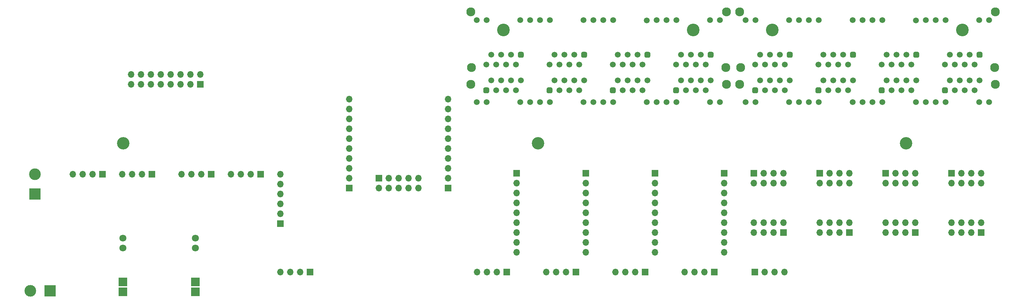
<source format=gbr>
%TF.GenerationSoftware,KiCad,Pcbnew,5.1.9-1.fc32*%
%TF.CreationDate,2021-03-28T01:57:51+02:00*%
%TF.ProjectId,lightController,6c696768-7443-46f6-9e74-726f6c6c6572,rev?*%
%TF.SameCoordinates,Original*%
%TF.FileFunction,Soldermask,Bot*%
%TF.FilePolarity,Negative*%
%FSLAX46Y46*%
G04 Gerber Fmt 4.6, Leading zero omitted, Abs format (unit mm)*
G04 Created by KiCad (PCBNEW 5.1.9-1.fc32) date 2021-03-28 01:57:51*
%MOMM*%
%LPD*%
G01*
G04 APERTURE LIST*
%ADD10C,1.800000*%
%ADD11R,2.200000X2.200000*%
%ADD12C,1.500000*%
%ADD13C,2.300000*%
%ADD14C,3.250000*%
%ADD15C,3.200000*%
%ADD16O,1.700000X1.700000*%
%ADD17R,1.700000X1.700000*%
%ADD18C,3.000000*%
%ADD19R,3.000000X3.000000*%
G04 APERTURE END LIST*
D10*
%TO.C,J27*%
X46130000Y-113140000D03*
X46130000Y-115680000D03*
D11*
X46130000Y-124460000D03*
X46130000Y-127000000D03*
D10*
X64770000Y-113140000D03*
X64770000Y-115680000D03*
D11*
X64740000Y-124430000D03*
X64740000Y-126970000D03*
%TD*%
%TO.C,J6*%
G36*
G01*
X140235000Y-74805000D02*
X140235000Y-75555000D01*
G75*
G02*
X139860000Y-75930000I-375000J0D01*
G01*
X139110000Y-75930000D01*
G75*
G02*
X138735000Y-75555000I0J375000D01*
G01*
X138735000Y-74805000D01*
G75*
G02*
X139110000Y-74430000I375000J0D01*
G01*
X139860000Y-74430000D01*
G75*
G02*
X140235000Y-74805000I0J-375000D01*
G01*
G37*
D12*
X145835000Y-72640000D03*
X143295000Y-72640000D03*
X142025000Y-75180000D03*
X144565000Y-68580000D03*
G36*
G01*
X149125000Y-65665000D02*
X149125000Y-66415000D01*
G75*
G02*
X148750000Y-66790000I-375000J0D01*
G01*
X148000000Y-66790000D01*
G75*
G02*
X147625000Y-66415000I0J375000D01*
G01*
X147625000Y-65665000D01*
G75*
G02*
X148000000Y-65290000I375000J0D01*
G01*
X148750000Y-65290000D01*
G75*
G02*
X149125000Y-65665000I0J-375000D01*
G01*
G37*
X144565000Y-75180000D03*
X147105000Y-75180000D03*
X148375000Y-72640000D03*
X140755000Y-72640000D03*
X145835000Y-66040000D03*
X163365000Y-68580000D03*
X162095000Y-66040000D03*
X160825000Y-75180000D03*
X159555000Y-72640000D03*
X158285000Y-75180000D03*
X140755000Y-66040000D03*
X139485000Y-68580000D03*
G36*
G01*
X156495000Y-74805000D02*
X156495000Y-75555000D01*
G75*
G02*
X156120000Y-75930000I-375000J0D01*
G01*
X155370000Y-75930000D01*
G75*
G02*
X154995000Y-75555000I0J375000D01*
G01*
X154995000Y-74805000D01*
G75*
G02*
X155370000Y-74430000I375000J0D01*
G01*
X156120000Y-74430000D01*
G75*
G02*
X156495000Y-74805000I0J-375000D01*
G01*
G37*
X155745000Y-68580000D03*
X164635000Y-72640000D03*
X157015000Y-66040000D03*
X163365000Y-75180000D03*
X142025000Y-68580000D03*
X147105000Y-68580000D03*
X162095000Y-72640000D03*
X143295000Y-66040000D03*
X158285000Y-68580000D03*
X159555000Y-66040000D03*
X160825000Y-68580000D03*
G36*
G01*
X165385000Y-65665000D02*
X165385000Y-66415000D01*
G75*
G02*
X165010000Y-66790000I-375000J0D01*
G01*
X164260000Y-66790000D01*
G75*
G02*
X163885000Y-66415000I0J375000D01*
G01*
X163885000Y-65665000D01*
G75*
G02*
X164260000Y-65290000I375000J0D01*
G01*
X165010000Y-65290000D01*
G75*
G02*
X165385000Y-65665000I0J-375000D01*
G01*
G37*
X157015000Y-72640000D03*
X179625000Y-75180000D03*
X175815000Y-72640000D03*
G36*
G01*
X172755000Y-74805000D02*
X172755000Y-75555000D01*
G75*
G02*
X172380000Y-75930000I-375000J0D01*
G01*
X171630000Y-75930000D01*
G75*
G02*
X171255000Y-75555000I0J375000D01*
G01*
X171255000Y-74805000D01*
G75*
G02*
X171630000Y-74430000I375000J0D01*
G01*
X172380000Y-74430000D01*
G75*
G02*
X172755000Y-74805000I0J-375000D01*
G01*
G37*
X173275000Y-66040000D03*
X174545000Y-75180000D03*
X177085000Y-75180000D03*
X180895000Y-72640000D03*
X173275000Y-72640000D03*
X178355000Y-72640000D03*
G36*
G01*
X181645000Y-65665000D02*
X181645000Y-66415000D01*
G75*
G02*
X181270000Y-66790000I-375000J0D01*
G01*
X180520000Y-66790000D01*
G75*
G02*
X180145000Y-66415000I0J375000D01*
G01*
X180145000Y-65665000D01*
G75*
G02*
X180520000Y-65290000I375000J0D01*
G01*
X181270000Y-65290000D01*
G75*
G02*
X181645000Y-65665000I0J-375000D01*
G01*
G37*
X177085000Y-68580000D03*
X178355000Y-66040000D03*
X174545000Y-68580000D03*
X179625000Y-68580000D03*
X172005000Y-68580000D03*
X175815000Y-66040000D03*
X189535000Y-72640000D03*
X197155000Y-72640000D03*
X193345000Y-75180000D03*
X194615000Y-72640000D03*
X190805000Y-75180000D03*
X195885000Y-75180000D03*
G36*
G01*
X189015000Y-74805000D02*
X189015000Y-75555000D01*
G75*
G02*
X188640000Y-75930000I-375000J0D01*
G01*
X187890000Y-75930000D01*
G75*
G02*
X187515000Y-75555000I0J375000D01*
G01*
X187515000Y-74805000D01*
G75*
G02*
X187890000Y-74430000I375000J0D01*
G01*
X188640000Y-74430000D01*
G75*
G02*
X189015000Y-74805000I0J-375000D01*
G01*
G37*
X192075000Y-72640000D03*
X189535000Y-66040000D03*
X192075000Y-66040000D03*
X194615000Y-66040000D03*
G36*
G01*
X197905000Y-65665000D02*
X197905000Y-66415000D01*
G75*
G02*
X197530000Y-66790000I-375000J0D01*
G01*
X196780000Y-66790000D01*
G75*
G02*
X196405000Y-66415000I0J375000D01*
G01*
X196405000Y-65665000D01*
G75*
G02*
X196780000Y-65290000I375000J0D01*
G01*
X197530000Y-65290000D01*
G75*
G02*
X197905000Y-65665000I0J-375000D01*
G01*
G37*
X188265000Y-68580000D03*
X190805000Y-68580000D03*
X193345000Y-68580000D03*
X195885000Y-68580000D03*
X137070000Y-78200000D03*
X167050000Y-78200000D03*
X197030000Y-78200000D03*
X183310000Y-78200000D03*
X150790000Y-78200000D03*
X148250000Y-78200000D03*
X188390000Y-78200000D03*
X180770000Y-78228000D03*
X199570000Y-78200000D03*
X155870000Y-78200000D03*
X164510000Y-78200000D03*
X172130000Y-78200000D03*
X185850000Y-78200000D03*
X139610000Y-78200000D03*
X153330000Y-78200000D03*
X169590000Y-78200000D03*
X148250000Y-57150000D03*
X137070000Y-57150000D03*
X139610000Y-57150000D03*
X153330000Y-57150000D03*
X150790000Y-57150000D03*
X155870000Y-57150000D03*
X164510000Y-57150000D03*
X169590000Y-57150000D03*
X167050000Y-57150000D03*
X172130000Y-57150000D03*
X185850000Y-57150000D03*
X180770000Y-57178000D03*
X188390000Y-57150000D03*
X183310000Y-57150000D03*
X197030000Y-57150000D03*
X199570000Y-57150000D03*
D13*
X135550000Y-73660000D03*
X135550000Y-54990000D03*
X135730000Y-69340000D03*
X201030000Y-69340000D03*
X201210000Y-73660000D03*
X201210000Y-54990000D03*
D14*
X143930000Y-59690000D03*
X192710000Y-59690000D03*
%TD*%
%TO.C,J19*%
G36*
G01*
X209335000Y-74805000D02*
X209335000Y-75555000D01*
G75*
G02*
X208960000Y-75930000I-375000J0D01*
G01*
X208210000Y-75930000D01*
G75*
G02*
X207835000Y-75555000I0J375000D01*
G01*
X207835000Y-74805000D01*
G75*
G02*
X208210000Y-74430000I375000J0D01*
G01*
X208960000Y-74430000D01*
G75*
G02*
X209335000Y-74805000I0J-375000D01*
G01*
G37*
D12*
X214935000Y-72640000D03*
X212395000Y-72640000D03*
X211125000Y-75180000D03*
X213665000Y-68580000D03*
G36*
G01*
X218225000Y-65665000D02*
X218225000Y-66415000D01*
G75*
G02*
X217850000Y-66790000I-375000J0D01*
G01*
X217100000Y-66790000D01*
G75*
G02*
X216725000Y-66415000I0J375000D01*
G01*
X216725000Y-65665000D01*
G75*
G02*
X217100000Y-65290000I375000J0D01*
G01*
X217850000Y-65290000D01*
G75*
G02*
X218225000Y-65665000I0J-375000D01*
G01*
G37*
X213665000Y-75180000D03*
X216205000Y-75180000D03*
X217475000Y-72640000D03*
X209855000Y-72640000D03*
X214935000Y-66040000D03*
X232465000Y-68580000D03*
X231195000Y-66040000D03*
X229925000Y-75180000D03*
X228655000Y-72640000D03*
X227385000Y-75180000D03*
X209855000Y-66040000D03*
X208585000Y-68580000D03*
G36*
G01*
X225595000Y-74805000D02*
X225595000Y-75555000D01*
G75*
G02*
X225220000Y-75930000I-375000J0D01*
G01*
X224470000Y-75930000D01*
G75*
G02*
X224095000Y-75555000I0J375000D01*
G01*
X224095000Y-74805000D01*
G75*
G02*
X224470000Y-74430000I375000J0D01*
G01*
X225220000Y-74430000D01*
G75*
G02*
X225595000Y-74805000I0J-375000D01*
G01*
G37*
X224845000Y-68580000D03*
X233735000Y-72640000D03*
X226115000Y-66040000D03*
X232465000Y-75180000D03*
X211125000Y-68580000D03*
X216205000Y-68580000D03*
X231195000Y-72640000D03*
X212395000Y-66040000D03*
X227385000Y-68580000D03*
X228655000Y-66040000D03*
X229925000Y-68580000D03*
G36*
G01*
X234485000Y-65665000D02*
X234485000Y-66415000D01*
G75*
G02*
X234110000Y-66790000I-375000J0D01*
G01*
X233360000Y-66790000D01*
G75*
G02*
X232985000Y-66415000I0J375000D01*
G01*
X232985000Y-65665000D01*
G75*
G02*
X233360000Y-65290000I375000J0D01*
G01*
X234110000Y-65290000D01*
G75*
G02*
X234485000Y-65665000I0J-375000D01*
G01*
G37*
X226115000Y-72640000D03*
X248725000Y-75180000D03*
X244915000Y-72640000D03*
G36*
G01*
X241855000Y-74805000D02*
X241855000Y-75555000D01*
G75*
G02*
X241480000Y-75930000I-375000J0D01*
G01*
X240730000Y-75930000D01*
G75*
G02*
X240355000Y-75555000I0J375000D01*
G01*
X240355000Y-74805000D01*
G75*
G02*
X240730000Y-74430000I375000J0D01*
G01*
X241480000Y-74430000D01*
G75*
G02*
X241855000Y-74805000I0J-375000D01*
G01*
G37*
X242375000Y-66040000D03*
X243645000Y-75180000D03*
X246185000Y-75180000D03*
X249995000Y-72640000D03*
X242375000Y-72640000D03*
X247455000Y-72640000D03*
G36*
G01*
X250745000Y-65665000D02*
X250745000Y-66415000D01*
G75*
G02*
X250370000Y-66790000I-375000J0D01*
G01*
X249620000Y-66790000D01*
G75*
G02*
X249245000Y-66415000I0J375000D01*
G01*
X249245000Y-65665000D01*
G75*
G02*
X249620000Y-65290000I375000J0D01*
G01*
X250370000Y-65290000D01*
G75*
G02*
X250745000Y-65665000I0J-375000D01*
G01*
G37*
X246185000Y-68580000D03*
X247455000Y-66040000D03*
X243645000Y-68580000D03*
X248725000Y-68580000D03*
X241105000Y-68580000D03*
X244915000Y-66040000D03*
X258635000Y-72640000D03*
X266255000Y-72640000D03*
X262445000Y-75180000D03*
X263715000Y-72640000D03*
X259905000Y-75180000D03*
X264985000Y-75180000D03*
G36*
G01*
X258115000Y-74805000D02*
X258115000Y-75555000D01*
G75*
G02*
X257740000Y-75930000I-375000J0D01*
G01*
X256990000Y-75930000D01*
G75*
G02*
X256615000Y-75555000I0J375000D01*
G01*
X256615000Y-74805000D01*
G75*
G02*
X256990000Y-74430000I375000J0D01*
G01*
X257740000Y-74430000D01*
G75*
G02*
X258115000Y-74805000I0J-375000D01*
G01*
G37*
X261175000Y-72640000D03*
X258635000Y-66040000D03*
X261175000Y-66040000D03*
X263715000Y-66040000D03*
G36*
G01*
X267005000Y-65665000D02*
X267005000Y-66415000D01*
G75*
G02*
X266630000Y-66790000I-375000J0D01*
G01*
X265880000Y-66790000D01*
G75*
G02*
X265505000Y-66415000I0J375000D01*
G01*
X265505000Y-65665000D01*
G75*
G02*
X265880000Y-65290000I375000J0D01*
G01*
X266630000Y-65290000D01*
G75*
G02*
X267005000Y-65665000I0J-375000D01*
G01*
G37*
X257365000Y-68580000D03*
X259905000Y-68580000D03*
X262445000Y-68580000D03*
X264985000Y-68580000D03*
X206170000Y-78200000D03*
X236150000Y-78200000D03*
X266130000Y-78200000D03*
X252410000Y-78200000D03*
X219890000Y-78200000D03*
X217350000Y-78200000D03*
X257490000Y-78200000D03*
X249870000Y-78228000D03*
X268670000Y-78200000D03*
X224970000Y-78200000D03*
X233610000Y-78200000D03*
X241230000Y-78200000D03*
X254950000Y-78200000D03*
X208710000Y-78200000D03*
X222430000Y-78200000D03*
X238690000Y-78200000D03*
X217350000Y-57150000D03*
X206170000Y-57150000D03*
X208710000Y-57150000D03*
X222430000Y-57150000D03*
X219890000Y-57150000D03*
X224970000Y-57150000D03*
X233610000Y-57150000D03*
X238690000Y-57150000D03*
X236150000Y-57150000D03*
X241230000Y-57150000D03*
X254950000Y-57150000D03*
X249870000Y-57178000D03*
X257490000Y-57150000D03*
X252410000Y-57150000D03*
X266130000Y-57150000D03*
X268670000Y-57150000D03*
D13*
X204650000Y-73660000D03*
X204650000Y-54990000D03*
X204830000Y-69340000D03*
X270130000Y-69340000D03*
X270310000Y-73660000D03*
X270310000Y-54990000D03*
D14*
X213030000Y-59690000D03*
X261810000Y-59690000D03*
%TD*%
D15*
%TO.C,H1*%
X46200000Y-88800000D03*
%TD*%
%TO.C,H3*%
X247400000Y-88800000D03*
%TD*%
%TO.C,H2*%
X152800000Y-88800000D03*
%TD*%
D16*
%TO.C,J28*%
X86560000Y-121920000D03*
X89100000Y-121920000D03*
X91640000Y-121920000D03*
D17*
X94180000Y-121920000D03*
%TD*%
D18*
%TO.C,J30*%
X22301200Y-126746000D03*
D19*
X27381200Y-126746000D03*
%TD*%
D18*
%TO.C,J29*%
X23545800Y-96748600D03*
D19*
X23545800Y-101828600D03*
%TD*%
D16*
%TO.C,J22*%
X232833333Y-99060000D03*
X232833333Y-96520000D03*
X230293333Y-99060000D03*
X230293333Y-96520000D03*
X227753333Y-99060000D03*
X227753333Y-96520000D03*
X225213333Y-99060000D03*
D17*
X225213333Y-96520000D03*
%TD*%
D16*
%TO.C,J12*%
X122020000Y-100340000D03*
X122020000Y-97800000D03*
X119480000Y-100340000D03*
X119480000Y-97800000D03*
X116940000Y-100340000D03*
X116940000Y-97800000D03*
X114400000Y-100340000D03*
X114400000Y-97800000D03*
X111860000Y-100340000D03*
D17*
X111860000Y-97800000D03*
%TD*%
D16*
%TO.C,J11*%
X190500000Y-121920000D03*
X193040000Y-121920000D03*
X195580000Y-121920000D03*
D17*
X198120000Y-121920000D03*
%TD*%
D16*
%TO.C,J9*%
X147320000Y-116840000D03*
X147320000Y-114300000D03*
X147320000Y-111760000D03*
X147320000Y-109220000D03*
X147320000Y-106680000D03*
X147320000Y-104140000D03*
X147320000Y-101600000D03*
X147320000Y-99060000D03*
D17*
X147320000Y-96520000D03*
%TD*%
D16*
%TO.C,J13*%
X86544000Y-96774000D03*
X86544000Y-99314000D03*
X86544000Y-101854000D03*
X86544000Y-104394000D03*
X86544000Y-106934000D03*
D17*
X86544000Y-109474000D03*
%TD*%
D16*
%TO.C,J10*%
X165100000Y-116840000D03*
X165100000Y-114300000D03*
X165100000Y-111760000D03*
X165100000Y-109220000D03*
X165100000Y-106680000D03*
X165100000Y-104140000D03*
X165100000Y-101600000D03*
X165100000Y-99060000D03*
D17*
X165100000Y-96520000D03*
%TD*%
D16*
%TO.C,J8*%
X182880000Y-116840000D03*
X182880000Y-114300000D03*
X182880000Y-111760000D03*
X182880000Y-109220000D03*
X182880000Y-106680000D03*
X182880000Y-104140000D03*
X182880000Y-101600000D03*
X182880000Y-99060000D03*
D17*
X182880000Y-96520000D03*
%TD*%
D16*
%TO.C,J7*%
X200660000Y-116840000D03*
X200660000Y-114300000D03*
X200660000Y-111760000D03*
X200660000Y-109220000D03*
X200660000Y-106680000D03*
X200660000Y-104140000D03*
X200660000Y-101600000D03*
X200660000Y-99060000D03*
D17*
X200660000Y-96520000D03*
%TD*%
D16*
%TO.C,J5*%
X61144000Y-96774000D03*
X63684000Y-96774000D03*
X66224000Y-96774000D03*
D17*
X68764000Y-96774000D03*
%TD*%
D16*
%TO.C,J4*%
X73844000Y-96774000D03*
X76384000Y-96774000D03*
X78924000Y-96774000D03*
D17*
X81464000Y-96774000D03*
%TD*%
D16*
%TO.C,J3*%
X48260000Y-71120000D03*
X48260000Y-73660000D03*
X50800000Y-71120000D03*
X50800000Y-73660000D03*
X53340000Y-71120000D03*
X53340000Y-73660000D03*
X55880000Y-71120000D03*
X55880000Y-73660000D03*
X58420000Y-71120000D03*
X58420000Y-73660000D03*
X60960000Y-71120000D03*
X60960000Y-73660000D03*
X63500000Y-71120000D03*
X63500000Y-73660000D03*
X66040000Y-71120000D03*
D17*
X66040000Y-73660000D03*
%TD*%
D16*
%TO.C,J2*%
X33204000Y-96774000D03*
X35744000Y-96774000D03*
X38284000Y-96774000D03*
D17*
X40824000Y-96774000D03*
%TD*%
D16*
%TO.C,J1*%
X45904000Y-96774000D03*
X48444000Y-96774000D03*
X50984000Y-96774000D03*
D17*
X53524000Y-96774000D03*
%TD*%
D16*
%TO.C,J14*%
X137160000Y-121920000D03*
X139700000Y-121920000D03*
X142240000Y-121920000D03*
D17*
X144780000Y-121920000D03*
%TD*%
D16*
%TO.C,J15*%
X154940000Y-121920000D03*
X157480000Y-121920000D03*
X160020000Y-121920000D03*
D17*
X162560000Y-121920000D03*
%TD*%
D16*
%TO.C,J16*%
X172720000Y-121920000D03*
X175260000Y-121920000D03*
X177800000Y-121920000D03*
D17*
X180340000Y-121920000D03*
%TD*%
D16*
%TO.C,J17*%
X266700000Y-99060000D03*
X266700000Y-96520000D03*
X264160000Y-99060000D03*
X264160000Y-96520000D03*
X261620000Y-99060000D03*
X261620000Y-96520000D03*
X259080000Y-99060000D03*
D17*
X259080000Y-96520000D03*
%TD*%
D16*
%TO.C,J18*%
X259080000Y-109220000D03*
X259080000Y-111760000D03*
X261620000Y-109220000D03*
X261620000Y-111760000D03*
X264160000Y-109220000D03*
X264160000Y-111760000D03*
X266700000Y-109220000D03*
D17*
X266700000Y-111760000D03*
%TD*%
D16*
%TO.C,J20*%
X249766666Y-99060000D03*
X249766666Y-96520000D03*
X247226666Y-99060000D03*
X247226666Y-96520000D03*
X244686666Y-99060000D03*
X244686666Y-96520000D03*
X242146666Y-99060000D03*
D17*
X242146666Y-96520000D03*
%TD*%
D16*
%TO.C,J21*%
X242146666Y-109220000D03*
X242146666Y-111760000D03*
X244686666Y-109220000D03*
X244686666Y-111760000D03*
X247226666Y-109220000D03*
X247226666Y-111760000D03*
X249766666Y-109220000D03*
D17*
X249766666Y-111760000D03*
%TD*%
D16*
%TO.C,J23*%
X225213333Y-109220000D03*
X225213333Y-111760000D03*
X227753333Y-109220000D03*
X227753333Y-111760000D03*
X230293333Y-109220000D03*
X230293333Y-111760000D03*
X232833333Y-109220000D03*
D17*
X232833333Y-111760000D03*
%TD*%
D16*
%TO.C,J24*%
X215900000Y-99060000D03*
X215900000Y-96520000D03*
X213360000Y-99060000D03*
X213360000Y-96520000D03*
X210820000Y-99060000D03*
X210820000Y-96520000D03*
X208280000Y-99060000D03*
D17*
X208280000Y-96520000D03*
%TD*%
D16*
%TO.C,J25*%
X208280000Y-109220000D03*
X208280000Y-111760000D03*
X210820000Y-109220000D03*
X210820000Y-111760000D03*
X213360000Y-109220000D03*
X213360000Y-111760000D03*
X215900000Y-109220000D03*
D17*
X215900000Y-111760000D03*
%TD*%
D16*
%TO.C,J26*%
X104260000Y-77480000D03*
X104260000Y-80020000D03*
X104260000Y-82560000D03*
X104260000Y-85100000D03*
X104260000Y-87640000D03*
X104260000Y-90180000D03*
X104260000Y-92720000D03*
X104260000Y-95260000D03*
X104260000Y-97800000D03*
D17*
X104260000Y-100340000D03*
%TD*%
D16*
%TO.C,J31*%
X129640000Y-77480000D03*
X129640000Y-80020000D03*
X129640000Y-82560000D03*
X129640000Y-85100000D03*
X129640000Y-87640000D03*
X129640000Y-90180000D03*
X129640000Y-92720000D03*
X129640000Y-95260000D03*
X129640000Y-97800000D03*
D17*
X129640000Y-100340000D03*
%TD*%
%TO.C,J32*%
X208534000Y-121920000D03*
D16*
X211074000Y-121920000D03*
X213614000Y-121920000D03*
X216154000Y-121920000D03*
%TD*%
M02*

</source>
